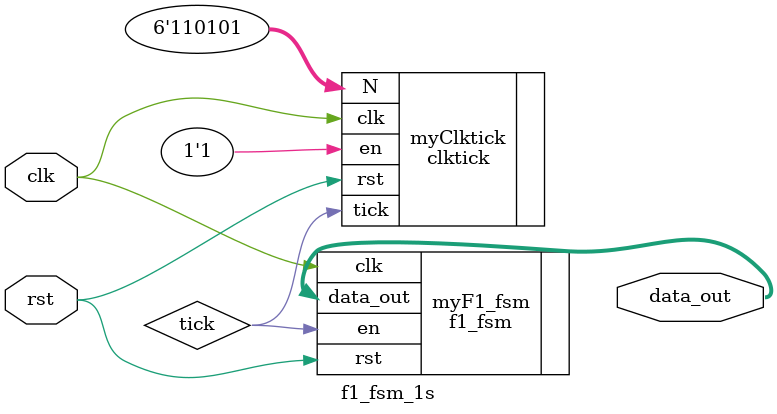
<source format=sv>
module f1_fsm_1s (
    input logic                 clk,    // clock
    input logic                 rst,    // reset signal
    output logic [7:0]          data_out    // output signal
);

    logic                       tick;   // interconnecting wire between clktick and f1_fsm

clktick myClktick (
    .clk (clk),
    .rst (rst),
    .en (1'b1),
    .N (6'd53),
    .tick (tick)
);

f1_fsm myF1_fsm(
    .clk (clk),
    .rst (rst),
    .en (tick),
    .data_out (data_out)
);

endmodule

</source>
